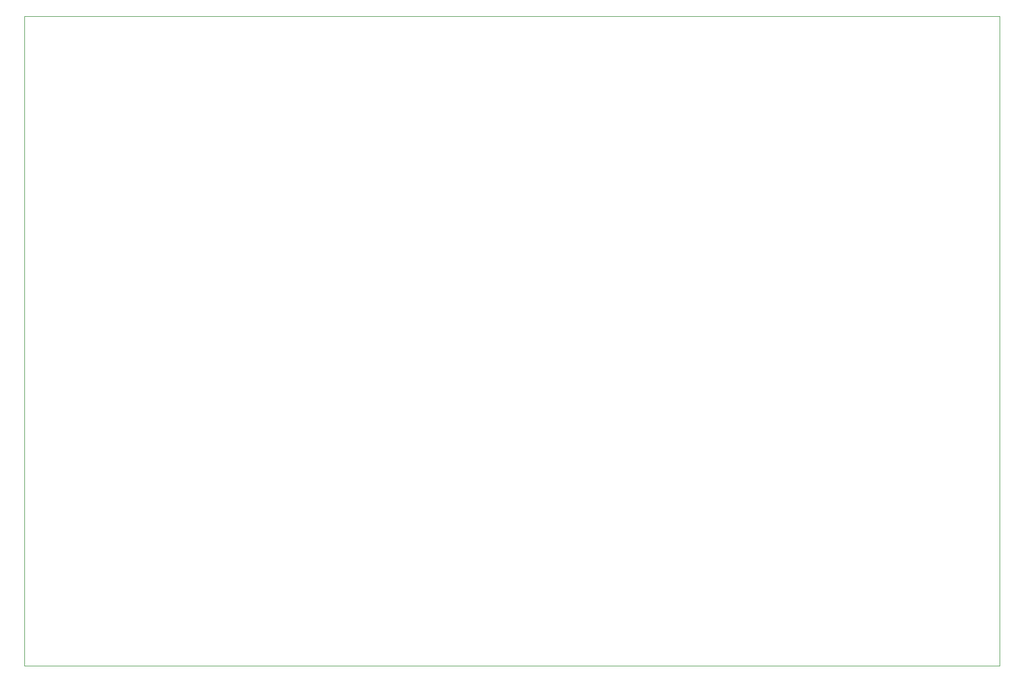
<source format=gbr>
%TF.GenerationSoftware,Altium Limited,Altium Designer,23.1.1 (15)*%
G04 Layer_Color=0*
%FSLAX45Y45*%
%MOMM*%
%TF.SameCoordinates,06D7CB19-584F-49B0-A036-24662F40C1B1*%
%TF.FilePolarity,Positive*%
%TF.FileFunction,Profile,NP*%
%TF.Part,Single*%
G01*
G75*
%TA.AperFunction,Profile*%
%ADD166C,0.02540*%
D166*
X-32783780Y-37848541D02*
X-17543779D01*
Y-27688541D01*
X-32783780D01*
Y-37848541D01*
%TF.MD5,5c60aa863efbcd9c59e6299e7461b026*%
M02*

</source>
